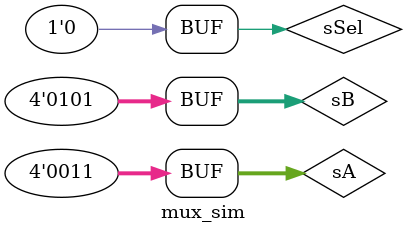
<source format=sv>
`timescale 1ns / 1ps


module mux_sim();
 logic [3:0] sA, sB, sResult;
 logic sSel;
 //Unit under test is Module: Problem1Schematic
 Four2To1Muxs UUT ( .A(sA), .B(sB), .SEL(sSel), .RES(sResult));

 initial begin
   sA = 4'b0000; sB = 4'b0000; sSel = 0; #10;
   sA = 4'b0000; sB = 4'b1111; sSel = 0; #10;
   sA = 4'b1111; sB = 4'b0000; sSel = 1; #10;
   sA = 4'b1111; sB = 4'b1111; sSel = 1; #10;
   sA = 4'b0011; sB = 4'b0101; sSel = 0;
 end

endmodule

</source>
